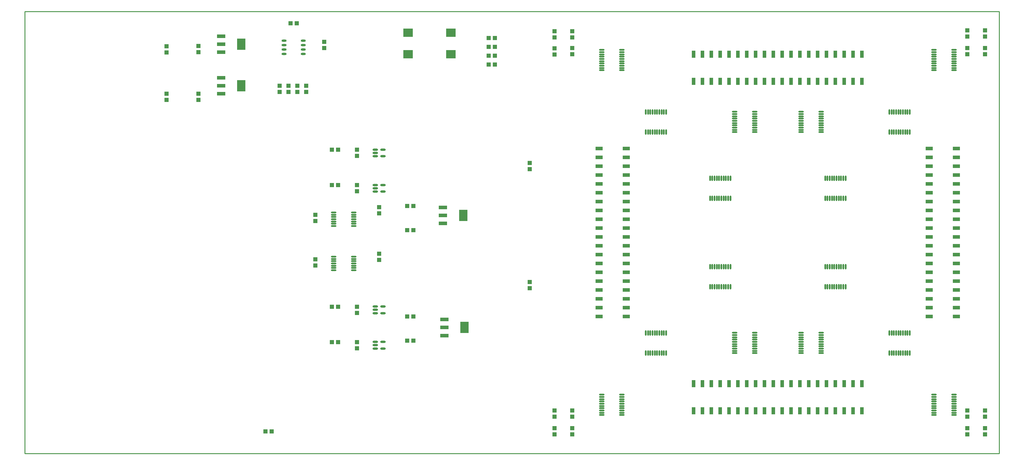
<source format=gtp>
G04 Layer_Color=8421504*
%FSLAX25Y25*%
%MOIN*%
G70*
G01*
G75*
%ADD10R,0.05000X0.05000*%
%ADD11O,0.05709X0.02362*%
%ADD12R,0.05000X0.05000*%
%ADD13R,0.11024X0.09449*%
%ADD14R,0.09449X0.12598*%
%ADD15R,0.09449X0.03937*%
%ADD16O,0.01772X0.06299*%
%ADD17O,0.06299X0.01772*%
%ADD18O,0.06102X0.01772*%
%ADD19R,0.07874X0.03937*%
%ADD20R,0.03937X0.07874*%
%ADD21O,0.06102X0.02362*%
%ADD22C,0.01000*%
D10*
X598000Y21500D02*
D03*
Y28500D02*
D03*
X618000D02*
D03*
Y21500D02*
D03*
Y470500D02*
D03*
Y477500D02*
D03*
Y458500D02*
D03*
Y451500D02*
D03*
X1064000D02*
D03*
Y458500D02*
D03*
X1084000Y451500D02*
D03*
Y458500D02*
D03*
X1064000Y478500D02*
D03*
Y471500D02*
D03*
Y41500D02*
D03*
Y48500D02*
D03*
X598000Y41500D02*
D03*
Y48500D02*
D03*
X1064000Y21500D02*
D03*
Y28500D02*
D03*
X598000Y470500D02*
D03*
Y477500D02*
D03*
X338000Y465500D02*
D03*
Y458500D02*
D03*
X328000Y270000D02*
D03*
Y263000D02*
D03*
X160000Y453500D02*
D03*
Y460500D02*
D03*
X196000Y454000D02*
D03*
Y461000D02*
D03*
Y407000D02*
D03*
Y400000D02*
D03*
X160000Y407000D02*
D03*
Y400000D02*
D03*
X328000Y219500D02*
D03*
Y212500D02*
D03*
X1084000Y48500D02*
D03*
Y41500D02*
D03*
Y21500D02*
D03*
Y28500D02*
D03*
X618000Y48500D02*
D03*
Y41500D02*
D03*
X598000Y451398D02*
D03*
Y458398D02*
D03*
X1084000Y478500D02*
D03*
Y471500D02*
D03*
X375000Y303700D02*
D03*
Y296700D02*
D03*
Y119000D02*
D03*
Y126000D02*
D03*
X400000Y278500D02*
D03*
Y271500D02*
D03*
Y219000D02*
D03*
Y226000D02*
D03*
X307500Y416000D02*
D03*
Y409000D02*
D03*
X297500D02*
D03*
Y416000D02*
D03*
X375000Y343700D02*
D03*
Y336700D02*
D03*
Y159100D02*
D03*
Y166100D02*
D03*
X570000Y321500D02*
D03*
Y328500D02*
D03*
Y193900D02*
D03*
Y186900D02*
D03*
X287500Y416000D02*
D03*
Y409000D02*
D03*
X317500D02*
D03*
Y416000D02*
D03*
D11*
X314228Y452000D02*
D03*
Y457000D02*
D03*
Y462000D02*
D03*
Y467000D02*
D03*
X292772Y452000D02*
D03*
Y457000D02*
D03*
Y462000D02*
D03*
Y467000D02*
D03*
D12*
X307000Y486500D02*
D03*
X300000D02*
D03*
X438500Y252500D02*
D03*
X431500D02*
D03*
Y127500D02*
D03*
X438500D02*
D03*
Y280000D02*
D03*
X431500D02*
D03*
Y155000D02*
D03*
X438500D02*
D03*
X523500Y450000D02*
D03*
X530500D02*
D03*
Y460000D02*
D03*
X523500D02*
D03*
X346500Y303700D02*
D03*
X353500D02*
D03*
Y126000D02*
D03*
X346500D02*
D03*
Y343700D02*
D03*
X353500D02*
D03*
Y166100D02*
D03*
X346500D02*
D03*
X523500Y440000D02*
D03*
X530500D02*
D03*
Y470000D02*
D03*
X523500D02*
D03*
X271500Y25000D02*
D03*
X278500D02*
D03*
D13*
X432500Y476000D02*
D03*
Y451500D02*
D03*
X481000Y476000D02*
D03*
Y451500D02*
D03*
D14*
X244417Y463000D02*
D03*
Y416000D02*
D03*
X494917Y269200D02*
D03*
X496417Y142500D02*
D03*
D15*
X221583Y453945D02*
D03*
Y463000D02*
D03*
Y472055D02*
D03*
Y406945D02*
D03*
Y416000D02*
D03*
Y425055D02*
D03*
X472083Y260145D02*
D03*
Y269200D02*
D03*
Y278255D02*
D03*
X473583Y151555D02*
D03*
Y142500D02*
D03*
Y133445D02*
D03*
D16*
X975984Y363681D02*
D03*
X978543D02*
D03*
X981102D02*
D03*
X983661D02*
D03*
X986220D02*
D03*
X988780D02*
D03*
X991339D02*
D03*
X993898D02*
D03*
X996457D02*
D03*
X999016D02*
D03*
X975984Y386319D02*
D03*
X978543D02*
D03*
X981102D02*
D03*
X983661D02*
D03*
X986220D02*
D03*
X988780D02*
D03*
X991339D02*
D03*
X993898D02*
D03*
X996457D02*
D03*
X999016D02*
D03*
Y136319D02*
D03*
X996457D02*
D03*
X993898D02*
D03*
X991339D02*
D03*
X988780D02*
D03*
X986220D02*
D03*
X983661D02*
D03*
X981102D02*
D03*
X978543D02*
D03*
X975984D02*
D03*
X999016Y113681D02*
D03*
X996457D02*
D03*
X993898D02*
D03*
X991339D02*
D03*
X988780D02*
D03*
X986220D02*
D03*
X983661D02*
D03*
X981102D02*
D03*
X978543D02*
D03*
X975984D02*
D03*
X724016Y136319D02*
D03*
X721457D02*
D03*
X718898D02*
D03*
X716339D02*
D03*
X713780D02*
D03*
X711220D02*
D03*
X708661D02*
D03*
X706102D02*
D03*
X703543D02*
D03*
X700984D02*
D03*
X724016Y113681D02*
D03*
X721457D02*
D03*
X718898D02*
D03*
X716339D02*
D03*
X713780D02*
D03*
X711220D02*
D03*
X708661D02*
D03*
X706102D02*
D03*
X703543D02*
D03*
X700984D02*
D03*
Y363681D02*
D03*
X703543D02*
D03*
X706102D02*
D03*
X708661D02*
D03*
X711220D02*
D03*
X713780D02*
D03*
X716339D02*
D03*
X718898D02*
D03*
X721457D02*
D03*
X724016D02*
D03*
X700984Y386319D02*
D03*
X703543D02*
D03*
X706102D02*
D03*
X708661D02*
D03*
X711220D02*
D03*
X713780D02*
D03*
X716339D02*
D03*
X718898D02*
D03*
X721457D02*
D03*
X724016D02*
D03*
X903484Y188681D02*
D03*
X906043D02*
D03*
X908602D02*
D03*
X911161D02*
D03*
X913720D02*
D03*
X916280D02*
D03*
X918839D02*
D03*
X921398D02*
D03*
X923957D02*
D03*
X926516D02*
D03*
X903484Y211319D02*
D03*
X906043D02*
D03*
X908602D02*
D03*
X911161D02*
D03*
X913720D02*
D03*
X916280D02*
D03*
X918839D02*
D03*
X921398D02*
D03*
X923957D02*
D03*
X926516D02*
D03*
X773484Y288681D02*
D03*
X776043D02*
D03*
X778602D02*
D03*
X781161D02*
D03*
X783720D02*
D03*
X786280D02*
D03*
X788839D02*
D03*
X791398D02*
D03*
X793957D02*
D03*
X796516D02*
D03*
X773484Y311319D02*
D03*
X776043D02*
D03*
X778602D02*
D03*
X781161D02*
D03*
X783720D02*
D03*
X786280D02*
D03*
X788839D02*
D03*
X791398D02*
D03*
X793957D02*
D03*
X796516D02*
D03*
X926516D02*
D03*
X923957D02*
D03*
X921398D02*
D03*
X918839D02*
D03*
X916280D02*
D03*
X913720D02*
D03*
X911161D02*
D03*
X908602D02*
D03*
X906043D02*
D03*
X903484D02*
D03*
X926516Y288681D02*
D03*
X923957D02*
D03*
X921398D02*
D03*
X918839D02*
D03*
X916280D02*
D03*
X913720D02*
D03*
X911161D02*
D03*
X908602D02*
D03*
X906043D02*
D03*
X903484D02*
D03*
X796516Y211319D02*
D03*
X793957D02*
D03*
X791398D02*
D03*
X788839D02*
D03*
X786280D02*
D03*
X783720D02*
D03*
X781161D02*
D03*
X778602D02*
D03*
X776043D02*
D03*
X773484D02*
D03*
X796516Y188681D02*
D03*
X793957D02*
D03*
X791398D02*
D03*
X788839D02*
D03*
X786280D02*
D03*
X783720D02*
D03*
X781161D02*
D03*
X778602D02*
D03*
X776043D02*
D03*
X773484D02*
D03*
D17*
X673819Y433484D02*
D03*
Y436043D02*
D03*
Y438602D02*
D03*
Y441161D02*
D03*
Y443720D02*
D03*
Y446280D02*
D03*
Y448839D02*
D03*
Y451398D02*
D03*
Y453957D02*
D03*
Y456516D02*
D03*
X651181Y433484D02*
D03*
Y436043D02*
D03*
Y438602D02*
D03*
Y441161D02*
D03*
Y443720D02*
D03*
Y446280D02*
D03*
Y448839D02*
D03*
Y451398D02*
D03*
Y453957D02*
D03*
Y456516D02*
D03*
X1026181D02*
D03*
Y453957D02*
D03*
Y451398D02*
D03*
Y448839D02*
D03*
Y446280D02*
D03*
Y443720D02*
D03*
Y441161D02*
D03*
Y438602D02*
D03*
Y436043D02*
D03*
Y433484D02*
D03*
X1048819Y456516D02*
D03*
Y453957D02*
D03*
Y451398D02*
D03*
Y448839D02*
D03*
Y446280D02*
D03*
Y443720D02*
D03*
Y441161D02*
D03*
Y438602D02*
D03*
Y436043D02*
D03*
Y433484D02*
D03*
X1026181Y66516D02*
D03*
Y63957D02*
D03*
Y61398D02*
D03*
Y58839D02*
D03*
Y56280D02*
D03*
Y53720D02*
D03*
Y51161D02*
D03*
Y48602D02*
D03*
Y46043D02*
D03*
Y43484D02*
D03*
X1048819Y66516D02*
D03*
Y63957D02*
D03*
Y61398D02*
D03*
Y58839D02*
D03*
Y56280D02*
D03*
Y53720D02*
D03*
Y51161D02*
D03*
Y48602D02*
D03*
Y46043D02*
D03*
Y43484D02*
D03*
X673819D02*
D03*
Y46043D02*
D03*
Y48602D02*
D03*
Y51161D02*
D03*
Y53720D02*
D03*
Y56280D02*
D03*
Y58839D02*
D03*
Y61398D02*
D03*
Y63957D02*
D03*
Y66516D02*
D03*
X651181Y43484D02*
D03*
Y46043D02*
D03*
Y48602D02*
D03*
Y51161D02*
D03*
Y53720D02*
D03*
Y56280D02*
D03*
Y58839D02*
D03*
Y61398D02*
D03*
Y63957D02*
D03*
Y66516D02*
D03*
X876181Y136516D02*
D03*
Y133957D02*
D03*
Y131398D02*
D03*
Y128839D02*
D03*
Y126280D02*
D03*
Y123720D02*
D03*
Y121161D02*
D03*
Y118602D02*
D03*
Y116043D02*
D03*
Y113484D02*
D03*
X898819Y136516D02*
D03*
Y133957D02*
D03*
Y131398D02*
D03*
Y128839D02*
D03*
Y126280D02*
D03*
Y123720D02*
D03*
Y121161D02*
D03*
Y118602D02*
D03*
Y116043D02*
D03*
Y113484D02*
D03*
X823819D02*
D03*
Y116043D02*
D03*
Y118602D02*
D03*
Y121161D02*
D03*
Y123720D02*
D03*
Y126280D02*
D03*
Y128839D02*
D03*
Y131398D02*
D03*
Y133957D02*
D03*
Y136516D02*
D03*
X801181Y113484D02*
D03*
Y116043D02*
D03*
Y118602D02*
D03*
Y121161D02*
D03*
Y123720D02*
D03*
Y126280D02*
D03*
Y128839D02*
D03*
Y131398D02*
D03*
Y133957D02*
D03*
Y136516D02*
D03*
X898819Y363484D02*
D03*
Y366043D02*
D03*
Y368602D02*
D03*
Y371161D02*
D03*
Y373720D02*
D03*
Y376280D02*
D03*
Y378839D02*
D03*
Y381398D02*
D03*
Y383957D02*
D03*
Y386516D02*
D03*
X876181Y363484D02*
D03*
Y366043D02*
D03*
Y368602D02*
D03*
Y371161D02*
D03*
Y373720D02*
D03*
Y376280D02*
D03*
Y378839D02*
D03*
Y381398D02*
D03*
Y383957D02*
D03*
Y386516D02*
D03*
X801181D02*
D03*
Y383957D02*
D03*
Y381398D02*
D03*
Y378839D02*
D03*
Y376280D02*
D03*
Y373720D02*
D03*
Y371161D02*
D03*
Y368602D02*
D03*
Y366043D02*
D03*
Y363484D02*
D03*
X823819Y386516D02*
D03*
Y383957D02*
D03*
Y381398D02*
D03*
Y378839D02*
D03*
Y376280D02*
D03*
Y373720D02*
D03*
Y371161D02*
D03*
Y368602D02*
D03*
Y366043D02*
D03*
Y363484D02*
D03*
D18*
X348681Y272677D02*
D03*
Y270118D02*
D03*
Y267559D02*
D03*
Y265000D02*
D03*
Y262441D02*
D03*
Y259882D02*
D03*
Y257323D02*
D03*
X371319Y272677D02*
D03*
Y270118D02*
D03*
Y267559D02*
D03*
Y265000D02*
D03*
Y262441D02*
D03*
Y259882D02*
D03*
Y257323D02*
D03*
Y207323D02*
D03*
Y209882D02*
D03*
Y212441D02*
D03*
Y215000D02*
D03*
Y217559D02*
D03*
Y220118D02*
D03*
Y222677D02*
D03*
X348681Y207323D02*
D03*
Y209882D02*
D03*
Y212441D02*
D03*
Y215000D02*
D03*
Y217559D02*
D03*
Y220118D02*
D03*
Y222677D02*
D03*
D19*
X1051604Y195000D02*
D03*
Y175000D02*
D03*
Y165000D02*
D03*
Y155000D02*
D03*
Y185000D02*
D03*
Y235000D02*
D03*
Y205000D02*
D03*
Y215000D02*
D03*
Y225000D02*
D03*
Y245000D02*
D03*
Y285000D02*
D03*
Y255000D02*
D03*
Y265000D02*
D03*
Y275000D02*
D03*
Y295000D02*
D03*
Y335000D02*
D03*
Y305000D02*
D03*
Y315000D02*
D03*
Y325000D02*
D03*
Y345000D02*
D03*
X1020896D02*
D03*
Y325000D02*
D03*
Y315000D02*
D03*
Y305000D02*
D03*
Y335000D02*
D03*
Y295000D02*
D03*
Y275000D02*
D03*
Y265000D02*
D03*
Y255000D02*
D03*
Y285000D02*
D03*
Y245000D02*
D03*
Y225000D02*
D03*
Y215000D02*
D03*
Y205000D02*
D03*
Y235000D02*
D03*
Y185000D02*
D03*
Y155000D02*
D03*
Y165000D02*
D03*
Y175000D02*
D03*
Y195000D02*
D03*
X679104Y305000D02*
D03*
Y325000D02*
D03*
Y335000D02*
D03*
Y345000D02*
D03*
Y315000D02*
D03*
Y265000D02*
D03*
Y295000D02*
D03*
Y285000D02*
D03*
Y275000D02*
D03*
Y255000D02*
D03*
Y215000D02*
D03*
Y245000D02*
D03*
Y235000D02*
D03*
Y225000D02*
D03*
Y205000D02*
D03*
Y165000D02*
D03*
Y195000D02*
D03*
Y185000D02*
D03*
Y175000D02*
D03*
Y155000D02*
D03*
X648396D02*
D03*
Y175000D02*
D03*
Y185000D02*
D03*
Y195000D02*
D03*
Y165000D02*
D03*
Y205000D02*
D03*
Y225000D02*
D03*
Y235000D02*
D03*
Y245000D02*
D03*
Y215000D02*
D03*
Y255000D02*
D03*
Y275000D02*
D03*
Y285000D02*
D03*
Y295000D02*
D03*
Y265000D02*
D03*
Y315000D02*
D03*
Y345000D02*
D03*
Y335000D02*
D03*
Y325000D02*
D03*
Y305000D02*
D03*
D20*
X795000Y48396D02*
D03*
X775000D02*
D03*
X765000D02*
D03*
X755000D02*
D03*
X785000D02*
D03*
X835000D02*
D03*
X805000D02*
D03*
X815000D02*
D03*
X825000D02*
D03*
X845000D02*
D03*
X885000D02*
D03*
X855000D02*
D03*
X865000D02*
D03*
X875000D02*
D03*
X895000D02*
D03*
X935000D02*
D03*
X905000D02*
D03*
X915000D02*
D03*
X925000D02*
D03*
X945000D02*
D03*
Y79104D02*
D03*
X925000D02*
D03*
X915000D02*
D03*
X905000D02*
D03*
X935000D02*
D03*
X895000D02*
D03*
X875000D02*
D03*
X865000D02*
D03*
X855000D02*
D03*
X885000D02*
D03*
X845000D02*
D03*
X825000D02*
D03*
X815000D02*
D03*
X805000D02*
D03*
X835000D02*
D03*
X785000D02*
D03*
X755000D02*
D03*
X765000D02*
D03*
X775000D02*
D03*
X795000D02*
D03*
X905000Y420896D02*
D03*
X925000D02*
D03*
X935000D02*
D03*
X945000D02*
D03*
X915000D02*
D03*
X865000D02*
D03*
X895000D02*
D03*
X885000D02*
D03*
X875000D02*
D03*
X855000D02*
D03*
X815000D02*
D03*
X845000D02*
D03*
X835000D02*
D03*
X825000D02*
D03*
X805000D02*
D03*
X765000D02*
D03*
X795000D02*
D03*
X785000D02*
D03*
X775000D02*
D03*
X755000D02*
D03*
Y451604D02*
D03*
X775000D02*
D03*
X785000D02*
D03*
X795000D02*
D03*
X765000D02*
D03*
X805000D02*
D03*
X825000D02*
D03*
X835000D02*
D03*
X845000D02*
D03*
X815000D02*
D03*
X855000D02*
D03*
X875000D02*
D03*
X885000D02*
D03*
X895000D02*
D03*
X865000D02*
D03*
X915000D02*
D03*
X945000D02*
D03*
X935000D02*
D03*
X925000D02*
D03*
X905000D02*
D03*
D21*
X404429Y296260D02*
D03*
Y303740D02*
D03*
X395571Y296260D02*
D03*
Y300000D02*
D03*
Y303740D02*
D03*
Y126240D02*
D03*
Y122500D02*
D03*
Y118760D02*
D03*
X404429Y126240D02*
D03*
Y118760D02*
D03*
Y336260D02*
D03*
Y343740D02*
D03*
X395571Y336260D02*
D03*
Y340000D02*
D03*
Y343740D02*
D03*
Y166240D02*
D03*
Y162500D02*
D03*
Y158760D02*
D03*
X404429Y166240D02*
D03*
Y158760D02*
D03*
D22*
X0Y0D02*
X1100000D01*
Y500000D01*
X0D02*
X1100000D01*
X0Y0D02*
Y500000D01*
M02*

</source>
